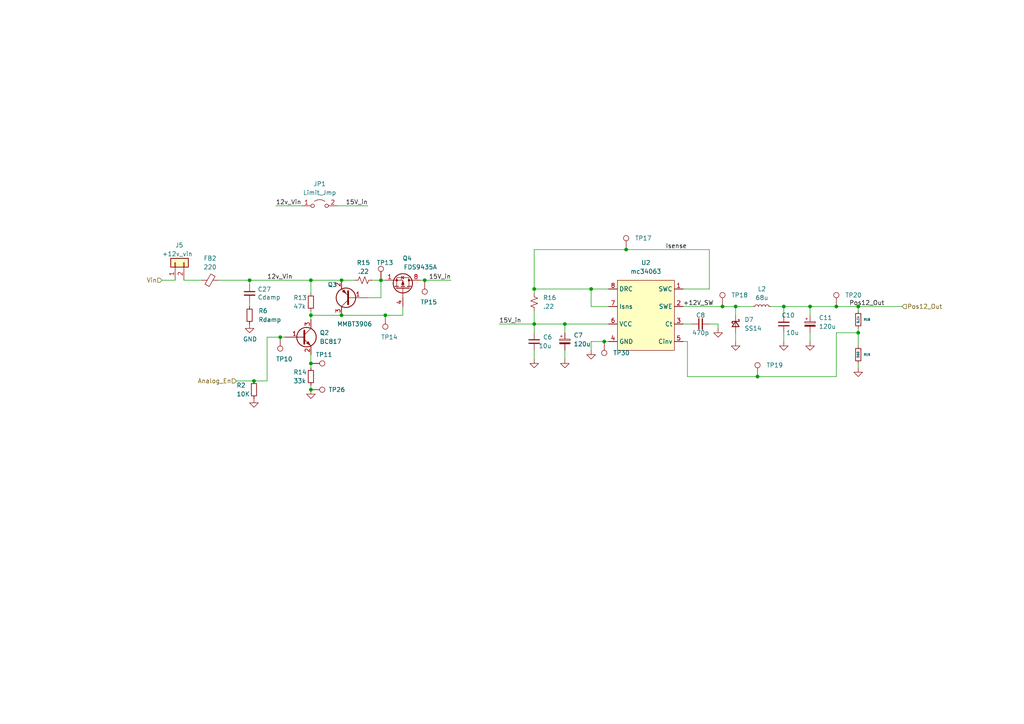
<source format=kicad_sch>
(kicad_sch (version 20211123) (generator eeschema)
  (paper "A4")
  (lib_symbols
    (symbol "Connector_Generic:Conn_01x02" (pin_names (offset 1.016) hide)
      (property "Reference" "J" (at 0 2.54 0))
      (property "Value" "Conn_01x02" (at 0 -5.08 0))
      (symbol "Conn_01x02_1_1"
        (rectangle (start -1.27 -2.413) (end 0 -2.667) (stroke (width 0.1524)))
        (rectangle (start -1.27 0.127) (end 0 -0.127) (stroke (width 0.1524)))
        (rectangle (start -1.27 1.27) (end 1.27 -3.81) (stroke (width 0.254)) (fill (type background)))
        (pin passive line (at -5.08 0 0) (length 3.81) (name "Pin_1") (number "1"))
        (pin passive line (at -5.08 -2.54 0) (length 3.81) (name "Pin_2") (number "2"))
      )
    )
    (symbol "Device:C_Polarized_Small" (pin_numbers hide) (pin_names (offset 0.254) hide)
      (property "Reference" "C" (at 0.254 1.778 0))
      (property "Value" "C_Polarized_Small" (at 0.254 -2.032 0))
      (symbol "C_Polarized_Small_0_1"
        (rectangle (start -1.524 -0.3048) (end 1.524 -0.6858) (fill (type outline)))
        (rectangle (start -1.524 0.6858) (end 1.524 0.3048))
        (polyline (pts (xy -1.27 1.524) (xy -0.762 1.524)))
        (polyline (pts (xy -1.016 1.27) (xy -1.016 1.778)))
      )
      (symbol "C_Polarized_Small_1_1"
        (pin passive line (at 0 2.54 270) (length 1.8542) (name "~") (number "1"))
        (pin passive line (at 0 -2.54 90) (length 1.8542) (name "~") (number "2"))
      )
    )
    (symbol "Device:C_Small" (pin_numbers hide) (pin_names (offset 0.254) hide)
      (property "Reference" "C" (at 0.254 1.778 0))
      (property "Value" "C_Small" (at 0.254 -2.032 0))
      (symbol "C_Small_0_1"
        (polyline (pts (xy -1.524 -0.508) (xy 1.524 -0.508)) (stroke (width 0.3302)))
        (polyline (pts (xy -1.524 0.508) (xy 1.524 0.508)) (stroke (width 0.3048)))
      )
      (symbol "C_Small_1_1"
        (pin passive line (at 0 2.54 270) (length 2.032) (name "~") (number "1"))
        (pin passive line (at 0 -2.54 90) (length 2.032) (name "~") (number "2"))
      )
    )
    (symbol "Device:D_Schottky_Small" (pin_numbers hide) (pin_names (offset 0.254) hide)
      (property "Reference" "D" (at -1.27 2.032 0))
      (property "Value" "D_Schottky_Small" (at -7.112 -2.032 0))
      (symbol "D_Schottky_Small_0_1"
        (polyline (pts (xy -0.762 0) (xy 0.762 0)))
        (polyline (pts (xy 0.762 -1.016) (xy -0.762 0) (xy 0.762 1.016) (xy 0.762 -1.016)) (stroke (width 0.254)))
        (polyline (pts (xy -1.27 0.762) (xy -1.27 1.016) (xy -0.762 1.016) (xy -0.762 -1.016) (xy -0.254 -1.016) (xy -0.254 -0.762)) (stroke (width 0.254)))
      )
      (symbol "D_Schottky_Small_1_1"
        (pin passive line (at -2.54 0 0) (length 1.778) (name "K") (number "1"))
        (pin passive line (at 2.54 0 180) (length 1.778) (name "A") (number "2"))
      )
    )
    (symbol "Device:FerriteBead_Small" (pin_numbers hide) (pin_names (offset 0))
      (property "Reference" "FB" (at 1.905 1.27 0))
      (property "Value" "FerriteBead_Small" (at 1.905 -1.27 0))
      (symbol "FerriteBead_Small_0_1"
        (polyline (pts (xy 0 -1.27) (xy 0 -0.7874)))
        (polyline (pts (xy 0 0.889) (xy 0 1.2954)))
        (polyline (pts (xy -1.8288 0.2794) (xy -1.1176 1.4986) (xy 1.8288 -0.2032) (xy 1.1176 -1.4224) (xy -1.8288 0.2794)))
      )
      (symbol "FerriteBead_Small_1_1"
        (pin passive line (at 0 2.54 270) (length 1.27) (name "~") (number "1"))
        (pin passive line (at 0 -2.54 90) (length 1.27) (name "~") (number "2"))
      )
    )
    (symbol "Device:L_Small" (pin_numbers hide) (pin_names (offset 0.254) hide)
      (property "Reference" "L" (at 0.762 1.016 0))
      (property "Value" "L_Small" (at 0.762 -1.016 0))
      (symbol "L_Small_0_1"
        (arc (start 0 -2.032) (mid 0.508 -1.524) (end 0 -1.016))
        (arc (start 0 -1.016) (mid 0.508 -0.508) (end 0 0))
        (arc (start 0 0) (mid 0.508 0.508) (end 0 1.016))
        (arc (start 0 1.016) (mid 0.508 1.524) (end 0 2.032))
      )
      (symbol "L_Small_1_1"
        (pin passive line (at 0 2.54 270) (length 0.508) (name "~") (number "1"))
        (pin passive line (at 0 -2.54 90) (length 0.508) (name "~") (number "2"))
      )
    )
    (symbol "Device:R_Small" (pin_numbers hide) (pin_names (offset 0.254) hide)
      (property "Reference" "R" (at 0.762 0.508 0))
      (property "Value" "R_Small" (at 0.762 -1.016 0))
      (symbol "R_Small_0_1"
        (rectangle (start -0.762 1.778) (end 0.762 -1.778) (stroke (width 0.2032)))
      )
      (symbol "R_Small_1_1"
        (pin passive line (at 0 2.54 270) (length 0.762) (name "~") (number "1"))
        (pin passive line (at 0 -2.54 90) (length 0.762) (name "~") (number "2"))
      )
    )
    (symbol "Device:R_Small_US" (pin_numbers hide) (pin_names (offset 0.254) hide)
      (property "Reference" "R" (at 0.762 0.508 0))
      (property "Value" "R_Small_US" (at 0.762 -1.016 0))
      (symbol "R_Small_US_1_1"
        (polyline (pts (xy 0 0) (xy 1.016 -0.381) (xy 0 -0.762) (xy -1.016 -1.143) (xy 0 -1.524)))
        (polyline (pts (xy 0 1.524) (xy 1.016 1.143) (xy 0 0.762) (xy -1.016 0.381) (xy 0 0)))
        (pin passive line (at 0 2.54 270) (length 1.016) (name "~") (number "1"))
        (pin passive line (at 0 -2.54 90) (length 1.016) (name "~") (number "2"))
      )
    )
    (symbol "Jumper:Jumper_2_Open" (pin_names (offset 0) hide)
      (property "Reference" "JP" (at 0 2.794 0))
      (property "Value" "Jumper_2_Open" (at 0 -2.286 0))
      (symbol "Jumper_2_Open_0_0"
        (circle (center -2.032 0) (radius 0.508))
        (circle (center 2.032 0) (radius 0.508))
      )
      (symbol "Jumper_2_Open_0_1"
        (arc (start 1.524 1.27) (mid 0 1.778) (end -1.524 1.27))
      )
      (symbol "Jumper_2_Open_1_1"
        (pin passive line (at -5.08 0 0) (length 2.54) (name "A") (number "1"))
        (pin passive line (at 5.08 0 180) (length 2.54) (name "B") (number "2"))
      )
    )
    (symbol "My Library:C_0805" (pin_numbers hide) (pin_names (offset 0.254) hide)
      (property "Reference" "C" (at 0.254 1.778 0))
      (property "Value" "C_0805" (at 0.254 -2.032 0))
      (symbol "C_0805_0_1"
        (polyline (pts (xy -1.524 -0.508) (xy 1.524 -0.508)) (stroke (width 0.3302)))
        (polyline (pts (xy -1.524 0.508) (xy 1.524 0.508)) (stroke (width 0.3048)))
      )
      (symbol "C_0805_1_1"
        (pin passive line (at 0 2.54 270) (length 2.032) (name "~") (number "1"))
        (pin passive line (at 0 -2.54 90) (length 2.032) (name "~") (number "2"))
      )
    )
    (symbol "My Library:R_0805" (pin_numbers hide) (pin_names (offset 0.254) hide)
      (property "Reference" "R" (at 0.762 0.508 0))
      (property "Value" "R_0805" (at 0.762 -1.016 0))
      (symbol "R_0805_0_1"
        (rectangle (start -0.762 1.778) (end 0.762 -1.778) (stroke (width 0.2032)))
      )
      (symbol "R_0805_1_1"
        (pin passive line (at 0 2.54 270) (length 0.762) (name "~") (number "1"))
        (pin passive line (at 0 -2.54 90) (length 0.762) (name "~") (number "2"))
      )
    )
    (symbol "My Library:TestPoint_Harwin" (pin_numbers hide) (pin_names (offset 0.762) hide)
      (property "Reference" "TP" (at 0 6.858 0))
      (symbol "TestPoint_Harwin_0_1"
        (circle (center 0 3.302) (radius 0.762))
      )
      (symbol "TestPoint_Harwin_1_1"
        (pin passive line (at 0 0 90) (length 2.54) (name "1") (number "1"))
      )
    )
    (symbol "My Library:mc34063"
      (property "Reference" "U" (at -7.62 13.97 0))
      (property "Value" "mc34063" (at -3.81 11.43 0))
      (symbol "mc34063_0_1"
        (rectangle (start -8.89 10.16) (end 7.62 -10.16) (fill (type background)))
      )
      (symbol "mc34063_1_1"
        (pin input line (at 10.16 7.62 180) (length 2.54) (name "SWC") (number "1"))
        (pin power_out line (at 10.16 2.54 180) (length 2.54) (name "SWE") (number "2"))
        (pin input line (at 10.16 -2.54 180) (length 2.54) (name "Ct") (number "3"))
        (pin power_in line (at -11.43 -7.62 0) (length 2.54) (name "GND") (number "4"))
        (pin input line (at 10.16 -7.62 180) (length 2.54) (name "Cinv") (number "5"))
        (pin power_in line (at -11.43 -2.54 0) (length 2.54) (name "VCC") (number "6"))
        (pin input line (at -11.43 2.54 0) (length 2.54) (name "Isns") (number "7"))
        (pin input line (at -11.43 7.62 0) (length 2.54) (name "DRC") (number "8"))
      )
    )
    (symbol "Transistor_BJT:BC817" (pin_names (offset 0) hide)
      (property "Reference" "Q" (at 5.08 1.905 0))
      (property "Value" "BC817" (at 5.08 0 0))
      (symbol "BC817_0_1"
        (polyline (pts (xy 0.635 0.635) (xy 2.54 2.54)))
        (polyline (pts (xy 0.635 -0.635) (xy 2.54 -2.54) (xy 2.54 -2.54)))
        (polyline (pts (xy 0.635 1.905) (xy 0.635 -1.905) (xy 0.635 -1.905)) (stroke (width 0.508)))
        (polyline (pts (xy 1.27 -1.778) (xy 1.778 -1.27) (xy 2.286 -2.286) (xy 1.27 -1.778) (xy 1.27 -1.778)) (fill (type outline)))
        (circle (center 1.27 0) (radius 2.8194) (stroke (width 0.254)))
      )
      (symbol "BC817_1_1"
        (pin input line (at -5.08 0 0) (length 5.715) (name "B") (number "1"))
        (pin passive line (at 2.54 -5.08 90) (length 2.54) (name "E") (number "2"))
        (pin passive line (at 2.54 5.08 270) (length 2.54) (name "C") (number "3"))
      )
    )
    (symbol "Transistor_BJT:MMBT3906" (pin_names (offset 0) hide)
      (property "Reference" "Q" (at 5.08 1.905 0))
      (property "Value" "MMBT3906" (at 5.08 0 0))
      (symbol "MMBT3906_0_1"
        (polyline (pts (xy 0.635 0.635) (xy 2.54 2.54)))
        (polyline (pts (xy 0.635 -0.635) (xy 2.54 -2.54) (xy 2.54 -2.54)))
        (polyline (pts (xy 0.635 1.905) (xy 0.635 -1.905) (xy 0.635 -1.905)) (stroke (width 0.508)))
        (polyline (pts (xy 2.286 -1.778) (xy 1.778 -2.286) (xy 1.27 -1.27) (xy 2.286 -1.778) (xy 2.286 -1.778)) (fill (type outline)))
        (circle (center 1.27 0) (radius 2.8194) (stroke (width 0.254)))
      )
      (symbol "MMBT3906_1_1"
        (pin input line (at -5.08 0 0) (length 5.715) (name "B") (number "1"))
        (pin passive line (at 2.54 -5.08 90) (length 2.54) (name "E") (number "2"))
        (pin passive line (at 2.54 5.08 270) (length 2.54) (name "C") (number "3"))
      )
    )
    (symbol "Transistor_FET:FDS9435A" (pin_names hide)
      (property "Reference" "Q" (at 5.08 1.905 0))
      (property "Value" "FDS9435A" (at 5.08 0 0))
      (symbol "FDS9435A_0_1"
        (polyline (pts (xy 0.254 0) (xy -2.54 0)))
        (polyline (pts (xy 0.254 1.905) (xy 0.254 -1.905)) (stroke (width 0.254)))
        (polyline (pts (xy 0.762 -1.27) (xy 0.762 -2.286)) (stroke (width 0.254)))
        (polyline (pts (xy 0.762 0.508) (xy 0.762 -0.508)) (stroke (width 0.254)))
        (polyline (pts (xy 0.762 2.286) (xy 0.762 1.27)) (stroke (width 0.254)))
        (polyline (pts (xy 2.54 2.54) (xy 2.54 1.778)))
        (polyline (pts (xy 2.54 -2.54) (xy 2.54 0) (xy 0.762 0)))
        (polyline (pts (xy 0.762 1.778) (xy 3.302 1.778) (xy 3.302 -1.778) (xy 0.762 -1.778)))
        (polyline (pts (xy 2.286 0) (xy 1.27 0.381) (xy 1.27 -0.381) (xy 2.286 0)) (fill (type outline)))
        (polyline (pts (xy 2.794 -0.508) (xy 2.921 -0.381) (xy 3.683 -0.381) (xy 3.81 -0.254)))
        (polyline (pts (xy 3.302 -0.381) (xy 2.921 0.254) (xy 3.683 0.254) (xy 3.302 -0.381)))
        (circle (center 1.651 0) (radius 2.794) (stroke (width 0.254)))
        (circle (center 2.54 -1.778) (radius 0.254) (fill (type outline)))
        (circle (center 2.54 1.778) (radius 0.254) (fill (type outline)))
      )
      (symbol "FDS9435A_1_1"
        (pin passive line (at 2.54 -5.08 90) (length 2.54) (name "S") (number "1"))
        (pin passive line (at 2.54 -5.08 90) (length 2.54) hide (name "S") (number "2"))
        (pin passive line (at 2.54 -5.08 90) (length 2.54) hide (name "S") (number "3"))
        (pin passive line (at -5.08 0 0) (length 2.54) (name "G") (number "4"))
        (pin passive line (at 2.54 5.08 270) (length 2.54) hide (name "D") (number "5"))
        (pin passive line (at 2.54 5.08 270) (length 2.54) hide (name "D") (number "6"))
        (pin passive line (at 2.54 5.08 270) (length 2.54) hide (name "D") (number "7"))
        (pin passive line (at 2.54 5.08 270) (length 2.54) (name "D") (number "8"))
      )
    )
    (symbol "power:GND" (power) (pin_names (offset 0))
      (property "Value" "GND" (at 0 -3.81 0))
      (symbol "GND_0_1"
        (polyline (pts (xy 0 0) (xy 0 -1.27) (xy 1.27 -1.27) (xy 0 -2.54) (xy -1.27 -1.27) (xy 0 -1.27)))
      )
      (symbol "GND_1_1"
        (pin power_in line (at 0 0 270) (length 0) hide (name "GND") (number "1"))
      )
    )
  )
  (junction (at 90.17 105.41))
  (junction (at 72.39 81.28))
  (junction (at 248.92 96.52))
  (junction (at 154.94 93.98))
  (junction (at 248.92 88.9))
  (junction (at 154.94 83.82))
  (junction (at 81.28 97.79))
  (junction (at 90.17 91.44))
  (junction (at 111.76 91.44))
  (junction (at 99.06 81.28))
  (junction (at 227.33 88.9))
  (junction (at 219.71 109.22))
  (junction (at 181.61 72.39))
  (junction (at 171.45 83.82))
  (junction (at 213.36 88.9))
  (junction (at 90.17 113.03))
  (junction (at 110.49 81.28))
  (junction (at 175.26 99.06))
  (junction (at 90.17 81.28))
  (junction (at 242.57 88.9))
  (junction (at 73.66 110.49))
  (junction (at 163.83 93.98))
  (junction (at 99.06 91.44))
  (junction (at 234.95 88.9))
  (junction (at 123.19 81.28))
  (junction (at 209.55 88.9))
  (wire (pts (xy 227.33 88.9) (xy 227.33 91.44)))
  (wire (pts (xy 213.36 91.44) (xy 213.36 88.9)))
  (wire (pts (xy 154.94 101.6) (xy 154.94 104.14)))
  (wire (pts (xy 209.55 88.9) (xy 213.36 88.9)))
  (wire (pts (xy 154.94 90.17) (xy 154.94 93.98)))
  (wire (pts (xy 176.53 88.9) (xy 171.45 88.9)))
  (wire (pts (xy 90.17 91.44) (xy 90.17 92.71)))
  (wire (pts (xy 154.94 83.82) (xy 154.94 72.39)))
  (wire (pts (xy 144.78 93.98) (xy 154.94 93.98)))
  (wire (pts (xy 242.57 96.52) (xy 242.57 109.22)))
  (wire (pts (xy 81.28 97.79) (xy 82.55 97.79)))
  (wire (pts (xy 123.19 81.28) (xy 121.92 81.28)))
  (wire (pts (xy 163.83 93.98) (xy 176.53 93.98)))
  (wire (pts (xy 198.12 99.06) (xy 199.39 99.06)))
  (wire (pts (xy 110.49 81.28) (xy 111.76 81.28)))
  (wire (pts (xy 73.66 110.49) (xy 77.47 110.49)))
  (wire (pts (xy 90.17 81.28) (xy 90.17 85.09)))
  (wire (pts (xy 72.39 81.28) (xy 72.39 82.55)))
  (wire (pts (xy 80.01 59.69) (xy 87.63 59.69)))
  (wire (pts (xy 130.81 81.28) (xy 123.19 81.28)))
  (wire (pts (xy 72.39 87.63) (xy 72.39 88.9)))
  (wire (pts (xy 242.57 88.9) (xy 248.92 88.9)))
  (wire (pts (xy 248.92 96.52) (xy 248.92 100.33)))
  (wire (pts (xy 227.33 88.9) (xy 234.95 88.9)))
  (wire (pts (xy 154.94 93.98) (xy 154.94 96.52)))
  (wire (pts (xy 248.92 96.52) (xy 242.57 96.52)))
  (wire (pts (xy 99.06 81.28) (xy 102.87 81.28)))
  (wire (pts (xy 90.17 91.44) (xy 99.06 91.44)))
  (wire (pts (xy 223.52 88.9) (xy 227.33 88.9)))
  (wire (pts (xy 176.53 99.06) (xy 175.26 99.06)))
  (wire (pts (xy 208.28 93.98) (xy 208.28 95.25)))
  (wire (pts (xy 53.34 81.28) (xy 58.42 81.28)))
  (wire (pts (xy 68.58 110.49) (xy 73.66 110.49)))
  (wire (pts (xy 248.92 88.9) (xy 261.62 88.9)))
  (wire (pts (xy 163.83 101.6) (xy 163.83 104.14)))
  (wire (pts (xy 63.5 81.28) (xy 72.39 81.28)))
  (wire (pts (xy 199.39 99.06) (xy 199.39 109.22)))
  (wire (pts (xy 154.94 72.39) (xy 181.61 72.39)))
  (wire (pts (xy 199.39 109.22) (xy 219.71 109.22)))
  (wire (pts (xy 171.45 83.82) (xy 154.94 83.82)))
  (wire (pts (xy 181.61 72.39) (xy 205.74 72.39)))
  (wire (pts (xy 248.92 88.9) (xy 248.92 90.17)))
  (wire (pts (xy 111.76 91.44) (xy 99.06 91.44)))
  (wire (pts (xy 213.36 96.52) (xy 213.36 99.06)))
  (wire (pts (xy 171.45 88.9) (xy 171.45 83.82)))
  (wire (pts (xy 90.17 105.41) (xy 90.17 106.68)))
  (wire (pts (xy 219.71 109.22) (xy 242.57 109.22)))
  (wire (pts (xy 163.83 93.98) (xy 163.83 96.52)))
  (wire (pts (xy 248.92 95.25) (xy 248.92 96.52)))
  (wire (pts (xy 99.06 81.28) (xy 90.17 81.28)))
  (wire (pts (xy 154.94 93.98) (xy 163.83 93.98)))
  (wire (pts (xy 90.17 90.17) (xy 90.17 91.44)))
  (wire (pts (xy 198.12 83.82) (xy 205.74 83.82)))
  (wire (pts (xy 227.33 96.52) (xy 227.33 99.06)))
  (wire (pts (xy 171.45 99.06) (xy 171.45 101.6)))
  (wire (pts (xy 107.95 81.28) (xy 110.49 81.28)))
  (wire (pts (xy 213.36 88.9) (xy 218.44 88.9)))
  (wire (pts (xy 175.26 99.06) (xy 171.45 99.06)))
  (wire (pts (xy 106.68 86.36) (xy 110.49 86.36)))
  (wire (pts (xy 77.47 97.79) (xy 81.28 97.79)))
  (wire (pts (xy 90.17 102.87) (xy 90.17 105.41)))
  (wire (pts (xy 90.17 111.76) (xy 90.17 113.03)))
  (wire (pts (xy 234.95 88.9) (xy 234.95 91.44)))
  (wire (pts (xy 198.12 93.98) (xy 200.66 93.98)))
  (wire (pts (xy 198.12 88.9) (xy 209.55 88.9)))
  (wire (pts (xy 154.94 83.82) (xy 154.94 85.09)))
  (wire (pts (xy 116.84 91.44) (xy 111.76 91.44)))
  (wire (pts (xy 46.99 81.28) (xy 50.8 81.28)))
  (wire (pts (xy 205.74 93.98) (xy 208.28 93.98)))
  (wire (pts (xy 72.39 81.28) (xy 90.17 81.28)))
  (wire (pts (xy 77.47 110.49) (xy 77.47 97.79)))
  (wire (pts (xy 234.95 96.52) (xy 234.95 99.06)))
  (wire (pts (xy 176.53 83.82) (xy 171.45 83.82)))
  (wire (pts (xy 234.95 88.9) (xy 242.57 88.9)))
  (wire (pts (xy 248.92 105.41) (xy 248.92 106.68)))
  (wire (pts (xy 116.84 88.9) (xy 116.84 91.44)))
  (wire (pts (xy 106.68 59.69) (xy 97.79 59.69)))
  (wire (pts (xy 205.74 72.39) (xy 205.74 83.82)))
  (wire (pts (xy 110.49 86.36) (xy 110.49 81.28)))
  (label "Isense" (at 193.04 72.39 0))
  (label "15V_in" (at 130.81 81.28 180))
  (label "12v_Vin" (at 77.47 81.28 0))
  (label "15V_in" (at 144.78 93.98 0))
  (label "15V_in" (at 106.68 59.69 180))
  (label "Pos12_Out" (at 256.54 88.9 180))
  (label "+12V_SW" (at 207.01 88.9 180))
  (label "12v_Vin" (at 80.01 59.69 0))
  (hierarchical_label "Vin" (shape input) (at 46.99 81.28 180))
  (hierarchical_label "Analog_En" (shape input) (at 68.58 110.49 180))
  (hierarchical_label "Pos12_Out" (shape input) (at 261.62 88.9 0))
  (symbol (lib_id "My Library:TestPoint_Harwin") (at 90.17 105.41 270) (unit 1)
    (property "Reference" "TP11" (at 93.98 102.87 90))
    (property "Value" "TestPoint_Harwin" (effects hide))
    (property "Footprint" "My Libraries:Harwin-S1751-46-Test-Point" (effects hide))
  )
  (symbol (lib_id "Device:R_Small_US") (at 105.41 81.28 90) (unit 1)
    (property "Reference" "R15" (at 105.41 76.2 90))
    (property "Value" ".22" (at 105.41 78.74 90))
    (property "Footprint" "Resistor_SMD:R_0805_2012Metric" (effects hide))
  )
  (symbol (lib_id "Device:FerriteBead_Small") (at 60.96 81.28 90) (unit 1)
    (property "Reference" "FB2" (at 60.9219 74.93 90))
    (property "Value" "220" (at 60.9219 77.47 90))
    (property "Footprint" "Inductor_SMD:L_0603_1608Metric_Pad1.05x0.95mm_HandSolder" (effects hide))
  )
  (symbol (lib_id "My Library:TestPoint_Harwin") (at 90.17 113.03 270) (unit 1)
    (property "Reference" "TP26" (at 95.25 113.0299 90) (effects (justify left)))
    (property "Value" "TestPoint_Harwin" (effects hide))
    (property "Footprint" "TestPoint:TestPoint_Pad_1.0x1.0mm" (effects hide))
  )
  (symbol (lib_id "My Library:R_0805") (at 72.39 91.44 180) (unit 1)
    (property "Reference" "R6" (at 74.93 90.1699 0) (effects (justify right)))
    (property "Value" "Rdamp" (at 74.93 92.7099 0) (effects (justify right)))
    (property "Footprint" "Resistor_SMD:R_0805_2012Metric_Pad1.20x1.40mm_HandSolder" (effects hide))
  )
  (symbol (lib_id "My Library:TestPoint_Harwin") (at 81.28 97.79 180) (unit 1)
    (property "Reference" "TP10" (at 80.01 104.14 0) (effects (justify right)))
    (property "Value" "TestPoint_Harwin" (effects hide))
    (property "Footprint" "My Libraries:Harwin-S1751-46-Test-Point" (effects hide))
  )
  (symbol (lib_id "Device:C_Polarized_Small") (at 234.95 93.98 0) (unit 1)
    (property "Reference" "C11" (at 237.49 92.1638 0) (effects (justify left)))
    (property "Value" "120u" (at 237.49 94.7038 0) (effects (justify left)))
    (property "Footprint" "Capacitor_THT:CP_Radial_D8.0mm_P3.80mm" (effects hide))
  )
  (symbol (lib_id "My Library:TestPoint_Harwin") (at 175.26 99.06 180) (unit 1)
    (property "Reference" "TP30" (at 177.8 102.3619 0) (effects (justify right)))
    (property "Value" "TestPoint_Harwin" (effects hide))
    (property "Footprint" "TestPoint:TestPoint_Pad_1.0x1.0mm" (effects hide))
  )
  (symbol (lib_id "power:GND") (at 208.28 95.25 0) (unit 1)
    (property "Reference" "#PWR0115" (effects hide))
    (property "Value" "GND" (effects hide))
  )
  (symbol (lib_id "Connector_Generic:Conn_01x02") (at 50.8 76.2 90) (unit 1)
    (property "Reference" "J5" (at 50.8 71.12 90) (effects (justify right)))
    (property "Value" "+12v_vin" (at 46.99 73.66 90) (effects (justify right)))
    (property "Footprint" "Connector_PinHeader_2.54mm:PinHeader_1x02_P2.54mm_Vertical" (effects hide))
  )
  (symbol (lib_id "My Library:R_0805") (at 248.92 102.87 180) (unit 1)
    (property "Reference" "R19" (at 251.46 102.87 0) (effects (font (size 0.635 0.635))))
    (property "Value" "560" (at 248.92 102.87 90) (effects (font (size 0.635 0.635))))
    (property "Footprint" "Resistor_SMD:R_0805_2012Metric" (effects hide))
  )
  (symbol (lib_id "My Library:TestPoint_Harwin") (at 110.49 81.28 0) (unit 1)
    (property "Reference" "TP13" (at 109.22 76.2 0) (effects (justify left)))
    (property "Value" "TestPoint_Harwin" (effects hide))
    (property "Footprint" "My Libraries:Harwin-S1751-46-Test-Point" (effects hide))
  )
  (symbol (lib_id "Device:R_Small") (at 90.17 87.63 0) (unit 1)
    (property "Reference" "R13" (at 85.09 86.36 0) (effects (justify left)))
    (property "Value" "47k" (at 85.09 88.9 0) (effects (justify left)))
    (property "Footprint" "Resistor_SMD:R_0805_2012Metric" (effects hide))
  )
  (symbol (lib_id "power:GND") (at 171.45 101.6 0) (unit 1)
    (property "Reference" "#PWR0116" (effects hide))
    (property "Value" "GND" (effects hide))
  )
  (symbol (lib_id "My Library:TestPoint_Harwin") (at 123.19 81.28 180) (unit 1)
    (property "Reference" "TP15" (at 121.92 87.63 0) (effects (justify right)))
    (property "Value" "TestPoint_Harwin" (effects hide))
    (property "Footprint" "My Libraries:Harwin-S1751-46-Test-Point" (effects hide))
  )
  (symbol (lib_id "My Library:C_0805") (at 154.94 99.06 0) (unit 1)
    (property "Reference" "C6" (at 157.48 97.79 0) (effects (justify left)))
    (property "Value" "10u" (at 156.21 100.33 0) (effects (justify left)))
    (property "Footprint" "Capacitor_SMD:C_0805_2012Metric" (effects hide))
  )
  (symbol (lib_id "power:GND") (at 163.83 104.14 0) (unit 1)
    (property "Reference" "#PWR0121" (effects hide))
    (property "Value" "GND" (effects hide))
  )
  (symbol (lib_id "power:GND") (at 73.66 115.57 0) (unit 1)
    (property "Reference" "#PWR0101" (effects hide))
    (property "Value" "GND" (effects hide))
  )
  (symbol (lib_id "power:GND") (at 248.92 106.68 0) (unit 1)
    (property "Reference" "#PWR0122" (effects hide))
    (property "Value" "GND" (effects hide))
  )
  (symbol (lib_id "My Library:TestPoint_Harwin") (at 242.57 88.9 0) (unit 1)
    (property "Reference" "TP20" (at 245.11 85.5979 0) (effects (justify left)))
    (property "Value" "TestPoint_Harwin" (effects hide))
    (property "Footprint" "My Libraries:Harwin-S1751-46-Test-Point" (effects hide))
  )
  (symbol (lib_id "power:GND") (at 234.95 99.06 0) (unit 1)
    (property "Reference" "#PWR0118" (effects hide))
    (property "Value" "GND" (effects hide))
  )
  (symbol (lib_id "Transistor_BJT:BC817") (at 87.63 97.79 0) (unit 1)
    (property "Reference" "Q2" (at 92.71 96.5199 0) (effects (justify left)))
    (property "Value" "BC817" (at 92.71 99.0599 0) (effects (justify left)))
    (property "Footprint" "Package_TO_SOT_SMD:SOT-23" (effects hide))
    (property "Datasheet" "https://www.onsemi.com/pub/Collateral/BC818-D.pdf" (effects hide))
  )
  (symbol (lib_id "Device:R_Small_US") (at 154.94 87.63 0) (unit 1)
    (property "Reference" "R16" (at 157.48 86.3599 0) (effects (justify left)))
    (property "Value" ".22" (at 157.48 88.8999 0) (effects (justify left)))
    (property "Footprint" "Resistor_SMD:R_0805_2012Metric" (effects hide))
  )
  (symbol (lib_id "Device:C_Small") (at 72.39 85.09 0) (unit 1)
    (property "Reference" "C27" (at 74.7268 83.9216 0) (effects (justify left)))
    (property "Value" "Cdamp" (at 74.7268 86.233 0) (effects (justify left)))
    (property "Footprint" "Capacitor_SMD:C_0805_2012Metric_Pad1.18x1.45mm_HandSolder" (effects hide))
    (property "ESR" "2.05 mOhm" (effects hide))
  )
  (symbol (lib_id "power:GND") (at 227.33 99.06 0) (unit 1)
    (property "Reference" "#PWR0117" (effects hide))
    (property "Value" "GND" (effects hide))
  )
  (symbol (lib_id "power:GND") (at 213.36 99.06 0) (unit 1)
    (property "Reference" "#PWR0114" (effects hide))
    (property "Value" "GND" (effects hide))
  )
  (symbol (lib_id "Transistor_BJT:MMBT3906") (at 101.6 86.36 180) (unit 1)
    (property "Reference" "Q3" (at 97.79 82.55 0) (effects (justify left)))
    (property "Value" "MMBT3906" (at 107.95 93.98 0) (effects (justify left)))
    (property "Footprint" "Package_TO_SOT_SMD:SOT-23" (effects hide))
    (property "Datasheet" "https://www.onsemi.com/pub/Collateral/2N3906-D.PDF" (effects hide))
  )
  (symbol (lib_id "power:GND") (at 72.39 93.98 0) (unit 1)
    (property "Reference" "#PWR0130" (effects hide))
    (property "Value" "GND" (at 72.517 98.3742 0))
  )
  (symbol (lib_id "My Library:C_0805") (at 203.2 93.98 90) (unit 1)
    (property "Reference" "C8" (at 203.2 91.44 90))
    (property "Value" "470p" (at 203.2 96.52 90))
    (property "Footprint" "Capacitor_SMD:C_0603_1608Metric" (effects hide))
  )
  (symbol (lib_id "Device:R_Small") (at 73.66 113.03 0) (unit 1)
    (property "Reference" "R2" (at 68.58 111.76 0) (effects (justify left)))
    (property "Value" "10K" (at 68.58 114.3 0) (effects (justify left)))
    (property "Footprint" "Resistor_SMD:R_0805_2012Metric" (effects hide))
  )
  (symbol (lib_id "My Library:mc34063") (at 187.96 91.44 0) (unit 1)
    (property "Reference" "U2" (at 187.325 76.2 0))
    (property "Value" "mc34063" (at 187.325 78.74 0))
    (property "Footprint" "Package_SO:SOIC-8_3.9x4.9mm_P1.27mm" (effects hide))
  )
  (symbol (lib_id "Transistor_FET:FDS9435A") (at 116.84 83.82 270) (mirror x) (unit 1)
    (property "Reference" "Q4" (at 118.11 74.93 90))
    (property "Value" "FDS9435A" (at 121.92 77.47 90))
    (property "Footprint" "Package_SO:SOIC-8_3.9x4.9mm_P1.27mm" (effects hide))
    (property "Datasheet" "https://www.onsemi.com/pub/Collateral/FDS9435A-D.PDF" (effects hide))
  )
  (symbol (lib_id "Device:L_Small") (at 220.98 88.9 90) (unit 1)
    (property "Reference" "L2" (at 220.98 83.82 90))
    (property "Value" "68u" (at 220.98 86.36 90))
    (property "Footprint" "Inductor_SMD:L_Taiyo-Yuden_NR-80xx" (effects hide))
  )
  (symbol (lib_id "My Library:TestPoint_Harwin") (at 219.71 109.22 0) (unit 1)
    (property "Reference" "TP19" (at 222.25 105.9179 0) (effects (justify left)))
    (property "Value" "TestPoint_Harwin" (effects hide))
    (property "Footprint" "My Libraries:Harwin-S1751-46-Test-Point" (effects hide))
  )
  (symbol (lib_id "Jumper:Jumper_2_Open") (at 92.71 59.69 0) (unit 1)
    (property "Reference" "JP1" (at 92.71 53.34 0))
    (property "Value" "Limit_Jmp" (at 92.71 55.88 0))
    (property "Footprint" "Jumper:SolderJumper-2_P1.3mm_Open_TrianglePad1.0x1.5mm" (effects hide))
  )
  (symbol (lib_id "My Library:R_0805") (at 248.92 92.71 180) (unit 1)
    (property "Reference" "R18" (at 251.46 92.71 0) (effects (font (size 0.635 0.635))))
    (property "Value" "5.1k" (at 248.92 92.71 90) (effects (font (size 0.635 0.635))))
    (property "Footprint" "Resistor_SMD:R_0805_2012Metric" (effects hide))
  )
  (symbol (lib_id "power:GND") (at 154.94 104.14 0) (unit 1)
    (property "Reference" "#PWR0120" (effects hide))
    (property "Value" "GND" (effects hide))
  )
  (symbol (lib_id "My Library:C_0805") (at 227.33 93.98 180) (unit 1)
    (property "Reference" "C10" (at 228.6 91.44 0))
    (property "Value" "10u" (at 229.87 96.52 0))
    (property "Footprint" "Capacitor_SMD:C_0805_2012Metric" (effects hide))
  )
  (symbol (lib_id "Device:D_Schottky_Small") (at 213.36 93.98 270) (unit 1)
    (property "Reference" "D7" (at 215.9 92.71 90) (effects (justify left)))
    (property "Value" "SS14" (at 215.9 95.25 90) (effects (justify left)))
    (property "Footprint" "Diode_SMD:D_SMA" (effects hide))
    (property "Datasheet" "https://www.farnell.com/datasheets/2861407.pdf" (effects hide))
  )
  (symbol (lib_id "My Library:TestPoint_Harwin") (at 209.55 88.9 0) (unit 1)
    (property "Reference" "TP18" (at 212.09 85.5979 0) (effects (justify left)))
    (property "Value" "TestPoint_Harwin" (effects hide))
    (property "Footprint" "My Libraries:Harwin-S1751-46-Test-Point" (effects hide))
  )
  (symbol (lib_id "power:GND") (at 90.17 113.03 0) (unit 1)
    (property "Reference" "#PWR0113" (effects hide))
    (property "Value" "GND" (effects hide))
  )
  (symbol (lib_id "My Library:TestPoint_Harwin") (at 111.76 91.44 180) (unit 1)
    (property "Reference" "TP14" (at 110.49 97.79 0) (effects (justify right)))
    (property "Value" "TestPoint_Harwin" (effects hide))
    (property "Footprint" "My Libraries:Harwin-S1751-46-Test-Point" (effects hide))
  )
  (symbol (lib_id "Device:R_Small") (at 90.17 109.22 0) (unit 1)
    (property "Reference" "R14" (at 85.09 107.95 0) (effects (justify left)))
    (property "Value" "33k" (at 85.09 110.49 0) (effects (justify left)))
    (property "Footprint" "Resistor_SMD:R_0805_2012Metric" (effects hide))
  )
  (symbol (lib_id "Device:C_Polarized_Small") (at 163.83 99.06 0) (unit 1)
    (property "Reference" "C7" (at 166.37 97.2438 0) (effects (justify left)))
    (property "Value" "120u" (at 166.37 99.7838 0) (effects (justify left)))
    (property "Footprint" "Capacitor_THT:CP_Radial_D8.0mm_P3.80mm" (effects hide))
  )
  (symbol (lib_id "My Library:TestPoint_Harwin") (at 181.61 72.39 0) (unit 1)
    (property "Reference" "TP17" (at 184.15 69.0879 0) (effects (justify left)))
    (property "Value" "TestPoint_Harwin" (effects hide))
    (property "Footprint" "My Libraries:Harwin-S1751-46-Test-Point" (effects hide))
  )
)
</source>
